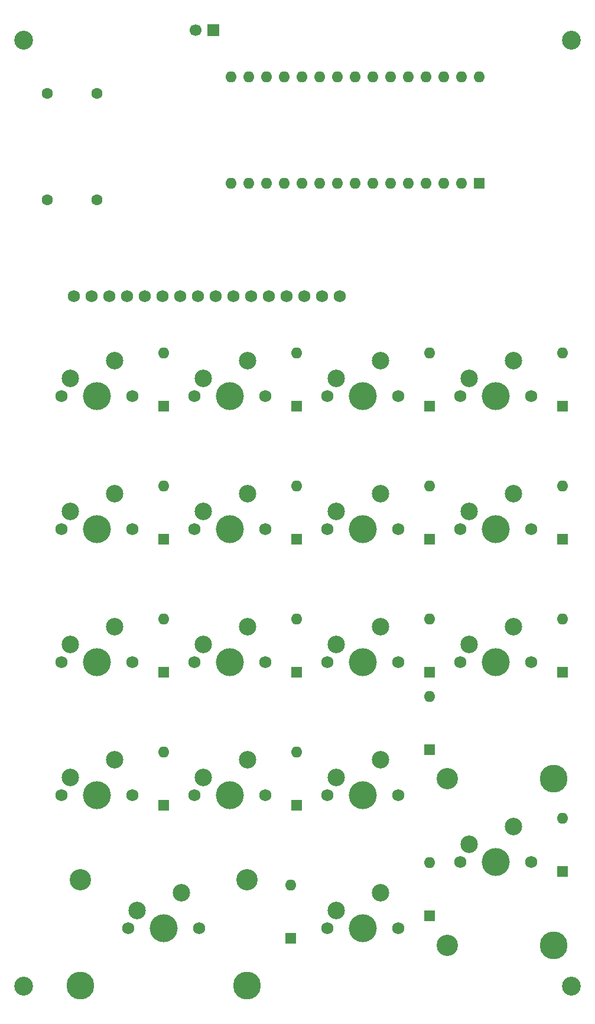
<source format=gbr>
%TF.GenerationSoftware,KiCad,Pcbnew,9.0.2*%
%TF.CreationDate,2025-05-15T02:22:54+10:00*%
%TF.ProjectId,Calculator,43616c63-756c-4617-946f-722e6b696361,rev?*%
%TF.SameCoordinates,Original*%
%TF.FileFunction,Soldermask,Top*%
%TF.FilePolarity,Negative*%
%FSLAX46Y46*%
G04 Gerber Fmt 4.6, Leading zero omitted, Abs format (unit mm)*
G04 Created by KiCad (PCBNEW 9.0.2) date 2025-05-15 02:22:54*
%MOMM*%
%LPD*%
G01*
G04 APERTURE LIST*
%ADD10C,2.700000*%
%ADD11C,3.048000*%
%ADD12C,3.987800*%
%ADD13C,1.600000*%
%ADD14R,1.600000X1.600000*%
%ADD15O,1.600000X1.600000*%
%ADD16C,2.500000*%
%ADD17C,4.000000*%
%ADD18C,1.750000*%
%ADD19C,1.728000*%
%ADD20R,1.700000X1.700000*%
%ADD21C,1.700000*%
G04 APERTURE END LIST*
D10*
%TO.C,REF\u002A\u002A*%
X64000000Y-171000000D03*
%TD*%
%TO.C,REF\u002A\u002A*%
X142500000Y-171000000D03*
%TD*%
%TO.C,REF\u002A\u002A*%
X64000000Y-35500000D03*
%TD*%
%TO.C,REF\u002A\u002A*%
X142500000Y-35500000D03*
%TD*%
D11*
%TO.C,REF\u002A\u002A*%
X72124500Y-155683750D03*
X96000500Y-155683750D03*
D12*
X72124500Y-170893750D03*
X96000500Y-170893750D03*
%TD*%
D13*
%TO.C,R1*%
X74537500Y-58370000D03*
X74537500Y-43130000D03*
%TD*%
%TO.C,R2*%
X67393750Y-43130000D03*
X67393750Y-58370000D03*
%TD*%
D14*
%TO.C,D14*%
X103112500Y-145047500D03*
D15*
X103112500Y-137427500D03*
%TD*%
%TO.C,D9*%
X84062500Y-118377500D03*
D14*
X84062500Y-125997500D03*
%TD*%
D16*
%TO.C,S17*%
X80252500Y-160128750D03*
X86602500Y-157588750D03*
D17*
X84062500Y-162668750D03*
D18*
X78982500Y-162668750D03*
X89142500Y-162668750D03*
%TD*%
D16*
%TO.C,S16*%
X127877500Y-150603750D03*
X134227500Y-148063750D03*
D17*
X131687500Y-153143750D03*
D18*
X126607500Y-153143750D03*
X136767500Y-153143750D03*
%TD*%
%TO.C,S1*%
X79617500Y-86468750D03*
X69457500Y-86468750D03*
D17*
X74537500Y-86468750D03*
D16*
X77077500Y-81388750D03*
X70727500Y-83928750D03*
%TD*%
D19*
%TO.C,U1*%
X71203750Y-72181250D03*
X73743750Y-72181250D03*
X76283750Y-72181250D03*
X78823750Y-72181250D03*
X81363750Y-72181250D03*
X83903750Y-72181250D03*
X86443750Y-72181250D03*
X88983750Y-72181250D03*
X91523750Y-72181250D03*
X94063750Y-72181250D03*
X96603750Y-72181250D03*
X99143750Y-72181250D03*
X101683750Y-72181250D03*
X104223750Y-72181250D03*
X106763750Y-72181250D03*
X109303750Y-72181250D03*
%TD*%
D16*
%TO.C,S18*%
X108827500Y-160128750D03*
X115177500Y-157588750D03*
D17*
X112637500Y-162668750D03*
D18*
X107557500Y-162668750D03*
X117717500Y-162668750D03*
%TD*%
D16*
%TO.C,S15*%
X108827500Y-141078750D03*
X115177500Y-138538750D03*
D17*
X112637500Y-143618750D03*
D18*
X107557500Y-143618750D03*
X117717500Y-143618750D03*
%TD*%
D16*
%TO.C,S14*%
X89777500Y-141078750D03*
X96127500Y-138538750D03*
D17*
X93587500Y-143618750D03*
D18*
X88507500Y-143618750D03*
X98667500Y-143618750D03*
%TD*%
D16*
%TO.C,S13*%
X70727500Y-141078750D03*
X77077500Y-138538750D03*
D17*
X74537500Y-143618750D03*
D18*
X69457500Y-143618750D03*
X79617500Y-143618750D03*
%TD*%
D16*
%TO.C,S12*%
X127877500Y-122028750D03*
X134227500Y-119488750D03*
D17*
X131687500Y-124568750D03*
D18*
X126607500Y-124568750D03*
X136767500Y-124568750D03*
%TD*%
D16*
%TO.C,S11*%
X108827500Y-122028750D03*
X115177500Y-119488750D03*
D17*
X112637500Y-124568750D03*
D18*
X107557500Y-124568750D03*
X117717500Y-124568750D03*
%TD*%
D16*
%TO.C,S10*%
X89777500Y-122028750D03*
X96127500Y-119488750D03*
D17*
X93587500Y-124568750D03*
D18*
X88507500Y-124568750D03*
X98667500Y-124568750D03*
%TD*%
D16*
%TO.C,S9*%
X70727500Y-122028750D03*
X77077500Y-119488750D03*
D17*
X74537500Y-124568750D03*
D18*
X69457500Y-124568750D03*
X79617500Y-124568750D03*
%TD*%
D16*
%TO.C,S8*%
X127877500Y-102978750D03*
X134227500Y-100438750D03*
D17*
X131687500Y-105518750D03*
D18*
X126607500Y-105518750D03*
X136767500Y-105518750D03*
%TD*%
D16*
%TO.C,S7*%
X108827500Y-102978750D03*
X115177500Y-100438750D03*
D17*
X112637500Y-105518750D03*
D18*
X107557500Y-105518750D03*
X117717500Y-105518750D03*
%TD*%
D16*
%TO.C,S6*%
X89777500Y-102978750D03*
X96127500Y-100438750D03*
D17*
X93587500Y-105518750D03*
D18*
X88507500Y-105518750D03*
X98667500Y-105518750D03*
%TD*%
D16*
%TO.C,S5*%
X70727500Y-102978750D03*
X77077500Y-100438750D03*
D17*
X74537500Y-105518750D03*
D18*
X69457500Y-105518750D03*
X79617500Y-105518750D03*
%TD*%
D16*
%TO.C,S4*%
X127877500Y-83928750D03*
X134227500Y-81388750D03*
D17*
X131687500Y-86468750D03*
D18*
X126607500Y-86468750D03*
X136767500Y-86468750D03*
%TD*%
D16*
%TO.C,S3*%
X108827500Y-83928750D03*
X115177500Y-81388750D03*
D17*
X112637500Y-86468750D03*
D18*
X107557500Y-86468750D03*
X117717500Y-86468750D03*
%TD*%
D16*
%TO.C,S2*%
X89777500Y-83928750D03*
X96127500Y-81388750D03*
D17*
X93587500Y-86468750D03*
D18*
X88507500Y-86468750D03*
X98667500Y-86468750D03*
%TD*%
D20*
%TO.C,J1*%
X91206250Y-34081250D03*
D21*
X88666250Y-34081250D03*
%TD*%
D14*
%TO.C,D18*%
X122162500Y-160898375D03*
D15*
X122162500Y-153278375D03*
%TD*%
D14*
%TO.C,D17*%
X102294625Y-164097500D03*
D15*
X102294625Y-156477500D03*
%TD*%
D14*
%TO.C,D16*%
X141212500Y-154572500D03*
D15*
X141212500Y-146952500D03*
%TD*%
D14*
%TO.C,D15*%
X122162500Y-137085875D03*
D15*
X122162500Y-129465875D03*
%TD*%
D14*
%TO.C,D13*%
X84062500Y-145047500D03*
D15*
X84062500Y-137427500D03*
%TD*%
D14*
%TO.C,D12*%
X141212500Y-125997500D03*
D15*
X141212500Y-118377500D03*
%TD*%
D14*
%TO.C,D11*%
X122162500Y-125997500D03*
D15*
X122162500Y-118377500D03*
%TD*%
D14*
%TO.C,D10*%
X103112500Y-125997500D03*
D15*
X103112500Y-118377500D03*
%TD*%
D14*
%TO.C,D8*%
X141212500Y-106947500D03*
D15*
X141212500Y-99327500D03*
%TD*%
D14*
%TO.C,D7*%
X122162500Y-106947500D03*
D15*
X122162500Y-99327500D03*
%TD*%
D14*
%TO.C,D6*%
X103112500Y-106947500D03*
D15*
X103112500Y-99327500D03*
%TD*%
D14*
%TO.C,D5*%
X84062500Y-106947500D03*
D15*
X84062500Y-99327500D03*
%TD*%
D14*
%TO.C,D4*%
X141212500Y-87897500D03*
D15*
X141212500Y-80277500D03*
%TD*%
D14*
%TO.C,D3*%
X122162500Y-87897500D03*
D15*
X122162500Y-80277500D03*
%TD*%
D14*
%TO.C,D2*%
X103112500Y-87897500D03*
D15*
X103112500Y-80277500D03*
%TD*%
D14*
%TO.C,D1*%
X84062500Y-87897500D03*
D15*
X84062500Y-80277500D03*
%TD*%
D14*
%TO.C,A2*%
X129306250Y-55978750D03*
D15*
X126766250Y-55978750D03*
X124226250Y-55978750D03*
X121686250Y-55978750D03*
X119146250Y-55978750D03*
X116606250Y-55978750D03*
X114066250Y-55978750D03*
X111526250Y-55978750D03*
X108986250Y-55978750D03*
X106446250Y-55978750D03*
X103906250Y-55978750D03*
X101366250Y-55978750D03*
X98826250Y-55978750D03*
X96286250Y-55978750D03*
X93746250Y-55978750D03*
X93746250Y-40738750D03*
X96286250Y-40738750D03*
X98826250Y-40738750D03*
X101366250Y-40738750D03*
X103906250Y-40738750D03*
X106446250Y-40738750D03*
X108986250Y-40738750D03*
X111526250Y-40738750D03*
X114066250Y-40738750D03*
X116606250Y-40738750D03*
X119146250Y-40738750D03*
X121686250Y-40738750D03*
X124226250Y-40738750D03*
X126766250Y-40738750D03*
X129306250Y-40738750D03*
%TD*%
D11*
%TO.C,REF\u002A\u002A*%
X124702500Y-165081750D03*
X124702500Y-141205750D03*
D12*
X139912500Y-165081750D03*
X139912500Y-141205750D03*
%TD*%
M02*

</source>
